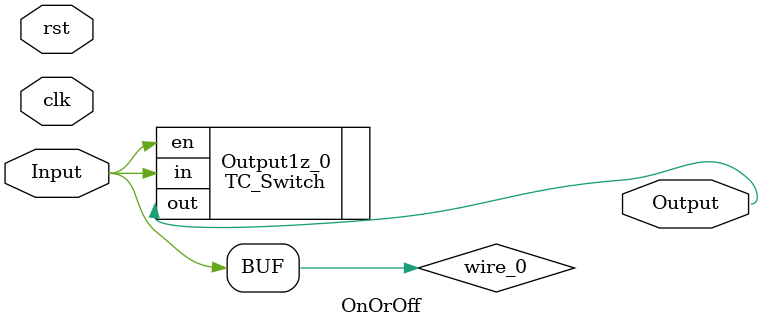
<source format=v>
module OnOrOff (clk, rst, Input, Output);
  parameter UUID = 0;
  parameter NAME = "";
  input wire clk;
  input wire rst;

  input  wire [0:0] Input;
  output  wire [0:0] Output;

  TC_Switch # (.UUID(64'd4205007784991218036 ^ UUID), .BIT_WIDTH(64'd1)) Output1z_0 (.en(wire_0), .in(wire_0), .out(Output));
  TC_Constant # (.UUID(64'd2656001879567037334 ^ UUID), .BIT_WIDTH(64'd1), .value(1'd0)) Off_1 (.out());

  wire [0:0] wire_0;
  assign wire_0 = Input;

endmodule

</source>
